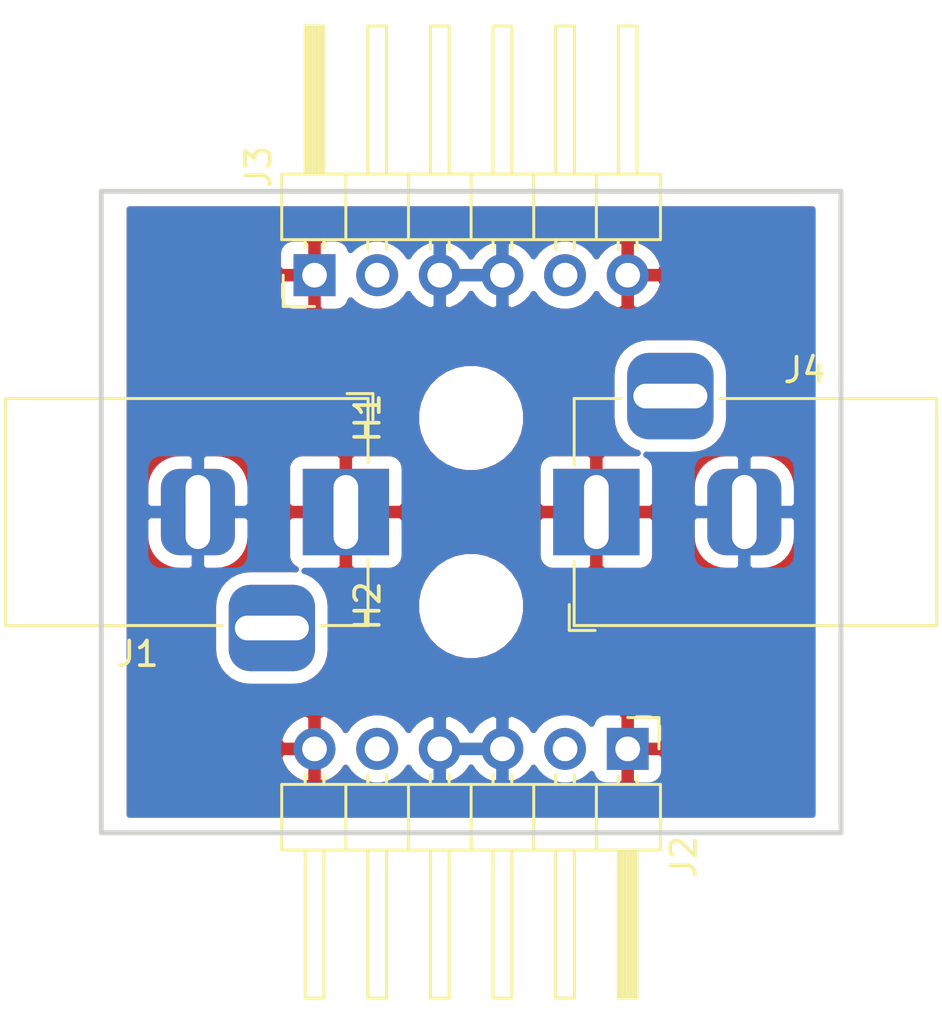
<source format=kicad_pcb>
(kicad_pcb (version 20171130) (host pcbnew 5.1.10-88a1d61d58~88~ubuntu20.04.1)

  (general
    (thickness 1.6)
    (drawings 4)
    (tracks 0)
    (zones 0)
    (modules 6)
    (nets 9)
  )

  (page A4)
  (layers
    (0 F.Cu signal)
    (31 B.Cu signal)
    (32 B.Adhes user)
    (33 F.Adhes user)
    (34 B.Paste user)
    (35 F.Paste user)
    (36 B.SilkS user)
    (37 F.SilkS user)
    (38 B.Mask user)
    (39 F.Mask user)
    (40 Dwgs.User user)
    (41 Cmts.User user)
    (42 Eco1.User user)
    (43 Eco2.User user)
    (44 Edge.Cuts user)
    (45 Margin user)
    (46 B.CrtYd user)
    (47 F.CrtYd user)
    (48 B.Fab user)
    (49 F.Fab user)
  )

  (setup
    (last_trace_width 0.25)
    (trace_clearance 0.2)
    (zone_clearance 0.508)
    (zone_45_only no)
    (trace_min 0.2)
    (via_size 0.8)
    (via_drill 0.4)
    (via_min_size 0.4)
    (via_min_drill 0.3)
    (uvia_size 0.3)
    (uvia_drill 0.1)
    (uvias_allowed no)
    (uvia_min_size 0.2)
    (uvia_min_drill 0.1)
    (edge_width 0.05)
    (segment_width 0.2)
    (pcb_text_width 0.3)
    (pcb_text_size 1.5 1.5)
    (mod_edge_width 0.12)
    (mod_text_size 1 1)
    (mod_text_width 0.15)
    (pad_size 1.524 1.524)
    (pad_drill 0.762)
    (pad_to_mask_clearance 0)
    (aux_axis_origin 0 0)
    (grid_origin 140.97 88.9)
    (visible_elements FFFFFF7F)
    (pcbplotparams
      (layerselection 0x010fc_ffffffff)
      (usegerberextensions false)
      (usegerberattributes true)
      (usegerberadvancedattributes true)
      (creategerberjobfile true)
      (excludeedgelayer true)
      (linewidth 0.100000)
      (plotframeref false)
      (viasonmask false)
      (mode 1)
      (useauxorigin false)
      (hpglpennumber 1)
      (hpglpenspeed 20)
      (hpglpendiameter 15.000000)
      (psnegative false)
      (psa4output false)
      (plotreference true)
      (plotvalue true)
      (plotinvisibletext false)
      (padsonsilk false)
      (subtractmaskfromsilk false)
      (outputformat 1)
      (mirror false)
      (drillshape 1)
      (scaleselection 1)
      (outputdirectory ""))
  )

  (net 0 "")
  (net 1 "Net-(J1-Pad3)")
  (net 2 GND)
  (net 3 +9V)
  (net 4 "Net-(J2-Pad5)")
  (net 5 "Net-(J2-Pad2)")
  (net 6 "Net-(J3-Pad5)")
  (net 7 "Net-(J3-Pad2)")
  (net 8 "Net-(J4-Pad3)")

  (net_class Default "This is the default net class."
    (clearance 0.2)
    (trace_width 0.25)
    (via_dia 0.8)
    (via_drill 0.4)
    (uvia_dia 0.3)
    (uvia_drill 0.1)
    (add_net +9V)
    (add_net GND)
    (add_net "Net-(J1-Pad3)")
    (add_net "Net-(J2-Pad2)")
    (add_net "Net-(J2-Pad5)")
    (add_net "Net-(J3-Pad2)")
    (add_net "Net-(J3-Pad5)")
    (add_net "Net-(J4-Pad3)")
  )

  (module MountingHole:MountingHole_3.2mm_M3 (layer F.Cu) (tedit 56D1B4CB) (tstamp 609C4EFE)
    (at 140.97 92.71 90)
    (descr "Mounting Hole 3.2mm, no annular, M3")
    (tags "mounting hole 3.2mm no annular m3")
    (path /60A1D83B)
    (attr virtual)
    (fp_text reference H2 (at 0 -4.2 90) (layer F.SilkS)
      (effects (font (size 1 1) (thickness 0.15)))
    )
    (fp_text value MountingHole (at 0 4.2 90) (layer F.Fab)
      (effects (font (size 1 1) (thickness 0.15)))
    )
    (fp_circle (center 0 0) (end 3.45 0) (layer F.CrtYd) (width 0.05))
    (fp_circle (center 0 0) (end 3.2 0) (layer Cmts.User) (width 0.15))
    (fp_text user %R (at 0.3 0 90) (layer F.Fab)
      (effects (font (size 1 1) (thickness 0.15)))
    )
    (pad 1 np_thru_hole circle (at 0 0 90) (size 3.2 3.2) (drill 3.2) (layers *.Cu *.Mask))
  )

  (module MountingHole:MountingHole_3.2mm_M3 (layer F.Cu) (tedit 56D1B4CB) (tstamp 609C4EF6)
    (at 140.97 85.09 90)
    (descr "Mounting Hole 3.2mm, no annular, M3")
    (tags "mounting hole 3.2mm no annular m3")
    (path /60A1D452)
    (attr virtual)
    (fp_text reference H1 (at 0 -4.2 90) (layer F.SilkS)
      (effects (font (size 1 1) (thickness 0.15)))
    )
    (fp_text value MountingHole (at 0 4.2 90) (layer F.Fab)
      (effects (font (size 1 1) (thickness 0.15)))
    )
    (fp_circle (center 0 0) (end 3.45 0) (layer F.CrtYd) (width 0.05))
    (fp_circle (center 0 0) (end 3.2 0) (layer Cmts.User) (width 0.15))
    (fp_text user %R (at 0.3 0 90) (layer F.Fab)
      (effects (font (size 1 1) (thickness 0.15)))
    )
    (pad 1 np_thru_hole circle (at 0 0 90) (size 3.2 3.2) (drill 3.2) (layers *.Cu *.Mask))
  )

  (module Connector_BarrelJack:BarrelJack_Horizontal (layer F.Cu) (tedit 5A1DBF6A) (tstamp 609C4771)
    (at 146.05 88.9 180)
    (descr "DC Barrel Jack")
    (tags "Power Jack")
    (path /60A0F330)
    (fp_text reference J4 (at -8.45 5.75) (layer F.SilkS)
      (effects (font (size 1 1) (thickness 0.15)))
    )
    (fp_text value Barrel_Jack_Switch (at -6.2 -5.5) (layer F.Fab)
      (effects (font (size 1 1) (thickness 0.15)))
    )
    (fp_line (start 0 -4.5) (end -13.7 -4.5) (layer F.Fab) (width 0.1))
    (fp_line (start 0.8 4.5) (end 0.8 -3.75) (layer F.Fab) (width 0.1))
    (fp_line (start -13.7 4.5) (end 0.8 4.5) (layer F.Fab) (width 0.1))
    (fp_line (start -13.7 -4.5) (end -13.7 4.5) (layer F.Fab) (width 0.1))
    (fp_line (start -10.2 -4.5) (end -10.2 4.5) (layer F.Fab) (width 0.1))
    (fp_line (start 0.9 -4.6) (end 0.9 -2) (layer F.SilkS) (width 0.12))
    (fp_line (start -13.8 -4.6) (end 0.9 -4.6) (layer F.SilkS) (width 0.12))
    (fp_line (start 0.9 4.6) (end -1 4.6) (layer F.SilkS) (width 0.12))
    (fp_line (start 0.9 1.9) (end 0.9 4.6) (layer F.SilkS) (width 0.12))
    (fp_line (start -13.8 4.6) (end -13.8 -4.6) (layer F.SilkS) (width 0.12))
    (fp_line (start -5 4.6) (end -13.8 4.6) (layer F.SilkS) (width 0.12))
    (fp_line (start -14 4.75) (end -14 -4.75) (layer F.CrtYd) (width 0.05))
    (fp_line (start -5 4.75) (end -14 4.75) (layer F.CrtYd) (width 0.05))
    (fp_line (start -5 6.75) (end -5 4.75) (layer F.CrtYd) (width 0.05))
    (fp_line (start -1 6.75) (end -5 6.75) (layer F.CrtYd) (width 0.05))
    (fp_line (start -1 4.75) (end -1 6.75) (layer F.CrtYd) (width 0.05))
    (fp_line (start 1 4.75) (end -1 4.75) (layer F.CrtYd) (width 0.05))
    (fp_line (start 1 2) (end 1 4.75) (layer F.CrtYd) (width 0.05))
    (fp_line (start 2 2) (end 1 2) (layer F.CrtYd) (width 0.05))
    (fp_line (start 2 -2) (end 2 2) (layer F.CrtYd) (width 0.05))
    (fp_line (start 1 -2) (end 2 -2) (layer F.CrtYd) (width 0.05))
    (fp_line (start 1 -4.5) (end 1 -2) (layer F.CrtYd) (width 0.05))
    (fp_line (start 1 -4.75) (end -14 -4.75) (layer F.CrtYd) (width 0.05))
    (fp_line (start 1 -4.5) (end 1 -4.75) (layer F.CrtYd) (width 0.05))
    (fp_line (start 0.05 -4.8) (end 1.1 -4.8) (layer F.SilkS) (width 0.12))
    (fp_line (start 1.1 -3.75) (end 1.1 -4.8) (layer F.SilkS) (width 0.12))
    (fp_line (start -0.003213 -4.505425) (end 0.8 -3.75) (layer F.Fab) (width 0.1))
    (fp_text user %R (at -3 -2.95) (layer F.Fab)
      (effects (font (size 1 1) (thickness 0.15)))
    )
    (pad 3 thru_hole roundrect (at -3 4.7 180) (size 3.5 3.5) (drill oval 3 1) (layers *.Cu *.Mask) (roundrect_rratio 0.25)
      (net 8 "Net-(J4-Pad3)"))
    (pad 2 thru_hole roundrect (at -6 0 180) (size 3 3.5) (drill oval 1 3) (layers *.Cu *.Mask) (roundrect_rratio 0.25)
      (net 2 GND))
    (pad 1 thru_hole rect (at 0 0 180) (size 3.5 3.5) (drill oval 1 3) (layers *.Cu *.Mask)
      (net 3 +9V))
    (model ${KISYS3DMOD}/Connector_BarrelJack.3dshapes/BarrelJack_Horizontal.wrl
      (at (xyz 0 0 0))
      (scale (xyz 1 1 1))
      (rotate (xyz 0 0 0))
    )
  )

  (module Connector_PinHeader_2.54mm:PinHeader_1x06_P2.54mm_Horizontal (layer F.Cu) (tedit 59FED5CB) (tstamp 609C474E)
    (at 134.62 79.3 90)
    (descr "Through hole angled pin header, 1x06, 2.54mm pitch, 6mm pin length, single row")
    (tags "Through hole angled pin header THT 1x06 2.54mm single row")
    (path /60A03B1F)
    (fp_text reference J3 (at 4.385 -2.27 90) (layer F.SilkS)
      (effects (font (size 1 1) (thickness 0.15)))
    )
    (fp_text value Conn_01x06_Male (at 4.385 14.97 90) (layer F.Fab)
      (effects (font (size 1 1) (thickness 0.15)))
    )
    (fp_line (start 10.55 -1.8) (end -1.8 -1.8) (layer F.CrtYd) (width 0.05))
    (fp_line (start 10.55 14.5) (end 10.55 -1.8) (layer F.CrtYd) (width 0.05))
    (fp_line (start -1.8 14.5) (end 10.55 14.5) (layer F.CrtYd) (width 0.05))
    (fp_line (start -1.8 -1.8) (end -1.8 14.5) (layer F.CrtYd) (width 0.05))
    (fp_line (start -1.27 -1.27) (end 0 -1.27) (layer F.SilkS) (width 0.12))
    (fp_line (start -1.27 0) (end -1.27 -1.27) (layer F.SilkS) (width 0.12))
    (fp_line (start 1.042929 13.08) (end 1.44 13.08) (layer F.SilkS) (width 0.12))
    (fp_line (start 1.042929 12.32) (end 1.44 12.32) (layer F.SilkS) (width 0.12))
    (fp_line (start 10.1 13.08) (end 4.1 13.08) (layer F.SilkS) (width 0.12))
    (fp_line (start 10.1 12.32) (end 10.1 13.08) (layer F.SilkS) (width 0.12))
    (fp_line (start 4.1 12.32) (end 10.1 12.32) (layer F.SilkS) (width 0.12))
    (fp_line (start 1.44 11.43) (end 4.1 11.43) (layer F.SilkS) (width 0.12))
    (fp_line (start 1.042929 10.54) (end 1.44 10.54) (layer F.SilkS) (width 0.12))
    (fp_line (start 1.042929 9.78) (end 1.44 9.78) (layer F.SilkS) (width 0.12))
    (fp_line (start 10.1 10.54) (end 4.1 10.54) (layer F.SilkS) (width 0.12))
    (fp_line (start 10.1 9.78) (end 10.1 10.54) (layer F.SilkS) (width 0.12))
    (fp_line (start 4.1 9.78) (end 10.1 9.78) (layer F.SilkS) (width 0.12))
    (fp_line (start 1.44 8.89) (end 4.1 8.89) (layer F.SilkS) (width 0.12))
    (fp_line (start 1.042929 8) (end 1.44 8) (layer F.SilkS) (width 0.12))
    (fp_line (start 1.042929 7.24) (end 1.44 7.24) (layer F.SilkS) (width 0.12))
    (fp_line (start 10.1 8) (end 4.1 8) (layer F.SilkS) (width 0.12))
    (fp_line (start 10.1 7.24) (end 10.1 8) (layer F.SilkS) (width 0.12))
    (fp_line (start 4.1 7.24) (end 10.1 7.24) (layer F.SilkS) (width 0.12))
    (fp_line (start 1.44 6.35) (end 4.1 6.35) (layer F.SilkS) (width 0.12))
    (fp_line (start 1.042929 5.46) (end 1.44 5.46) (layer F.SilkS) (width 0.12))
    (fp_line (start 1.042929 4.7) (end 1.44 4.7) (layer F.SilkS) (width 0.12))
    (fp_line (start 10.1 5.46) (end 4.1 5.46) (layer F.SilkS) (width 0.12))
    (fp_line (start 10.1 4.7) (end 10.1 5.46) (layer F.SilkS) (width 0.12))
    (fp_line (start 4.1 4.7) (end 10.1 4.7) (layer F.SilkS) (width 0.12))
    (fp_line (start 1.44 3.81) (end 4.1 3.81) (layer F.SilkS) (width 0.12))
    (fp_line (start 1.042929 2.92) (end 1.44 2.92) (layer F.SilkS) (width 0.12))
    (fp_line (start 1.042929 2.16) (end 1.44 2.16) (layer F.SilkS) (width 0.12))
    (fp_line (start 10.1 2.92) (end 4.1 2.92) (layer F.SilkS) (width 0.12))
    (fp_line (start 10.1 2.16) (end 10.1 2.92) (layer F.SilkS) (width 0.12))
    (fp_line (start 4.1 2.16) (end 10.1 2.16) (layer F.SilkS) (width 0.12))
    (fp_line (start 1.44 1.27) (end 4.1 1.27) (layer F.SilkS) (width 0.12))
    (fp_line (start 1.11 0.38) (end 1.44 0.38) (layer F.SilkS) (width 0.12))
    (fp_line (start 1.11 -0.38) (end 1.44 -0.38) (layer F.SilkS) (width 0.12))
    (fp_line (start 4.1 0.28) (end 10.1 0.28) (layer F.SilkS) (width 0.12))
    (fp_line (start 4.1 0.16) (end 10.1 0.16) (layer F.SilkS) (width 0.12))
    (fp_line (start 4.1 0.04) (end 10.1 0.04) (layer F.SilkS) (width 0.12))
    (fp_line (start 4.1 -0.08) (end 10.1 -0.08) (layer F.SilkS) (width 0.12))
    (fp_line (start 4.1 -0.2) (end 10.1 -0.2) (layer F.SilkS) (width 0.12))
    (fp_line (start 4.1 -0.32) (end 10.1 -0.32) (layer F.SilkS) (width 0.12))
    (fp_line (start 10.1 0.38) (end 4.1 0.38) (layer F.SilkS) (width 0.12))
    (fp_line (start 10.1 -0.38) (end 10.1 0.38) (layer F.SilkS) (width 0.12))
    (fp_line (start 4.1 -0.38) (end 10.1 -0.38) (layer F.SilkS) (width 0.12))
    (fp_line (start 4.1 -1.33) (end 1.44 -1.33) (layer F.SilkS) (width 0.12))
    (fp_line (start 4.1 14.03) (end 4.1 -1.33) (layer F.SilkS) (width 0.12))
    (fp_line (start 1.44 14.03) (end 4.1 14.03) (layer F.SilkS) (width 0.12))
    (fp_line (start 1.44 -1.33) (end 1.44 14.03) (layer F.SilkS) (width 0.12))
    (fp_line (start 4.04 13.02) (end 10.04 13.02) (layer F.Fab) (width 0.1))
    (fp_line (start 10.04 12.38) (end 10.04 13.02) (layer F.Fab) (width 0.1))
    (fp_line (start 4.04 12.38) (end 10.04 12.38) (layer F.Fab) (width 0.1))
    (fp_line (start -0.32 13.02) (end 1.5 13.02) (layer F.Fab) (width 0.1))
    (fp_line (start -0.32 12.38) (end -0.32 13.02) (layer F.Fab) (width 0.1))
    (fp_line (start -0.32 12.38) (end 1.5 12.38) (layer F.Fab) (width 0.1))
    (fp_line (start 4.04 10.48) (end 10.04 10.48) (layer F.Fab) (width 0.1))
    (fp_line (start 10.04 9.84) (end 10.04 10.48) (layer F.Fab) (width 0.1))
    (fp_line (start 4.04 9.84) (end 10.04 9.84) (layer F.Fab) (width 0.1))
    (fp_line (start -0.32 10.48) (end 1.5 10.48) (layer F.Fab) (width 0.1))
    (fp_line (start -0.32 9.84) (end -0.32 10.48) (layer F.Fab) (width 0.1))
    (fp_line (start -0.32 9.84) (end 1.5 9.84) (layer F.Fab) (width 0.1))
    (fp_line (start 4.04 7.94) (end 10.04 7.94) (layer F.Fab) (width 0.1))
    (fp_line (start 10.04 7.3) (end 10.04 7.94) (layer F.Fab) (width 0.1))
    (fp_line (start 4.04 7.3) (end 10.04 7.3) (layer F.Fab) (width 0.1))
    (fp_line (start -0.32 7.94) (end 1.5 7.94) (layer F.Fab) (width 0.1))
    (fp_line (start -0.32 7.3) (end -0.32 7.94) (layer F.Fab) (width 0.1))
    (fp_line (start -0.32 7.3) (end 1.5 7.3) (layer F.Fab) (width 0.1))
    (fp_line (start 4.04 5.4) (end 10.04 5.4) (layer F.Fab) (width 0.1))
    (fp_line (start 10.04 4.76) (end 10.04 5.4) (layer F.Fab) (width 0.1))
    (fp_line (start 4.04 4.76) (end 10.04 4.76) (layer F.Fab) (width 0.1))
    (fp_line (start -0.32 5.4) (end 1.5 5.4) (layer F.Fab) (width 0.1))
    (fp_line (start -0.32 4.76) (end -0.32 5.4) (layer F.Fab) (width 0.1))
    (fp_line (start -0.32 4.76) (end 1.5 4.76) (layer F.Fab) (width 0.1))
    (fp_line (start 4.04 2.86) (end 10.04 2.86) (layer F.Fab) (width 0.1))
    (fp_line (start 10.04 2.22) (end 10.04 2.86) (layer F.Fab) (width 0.1))
    (fp_line (start 4.04 2.22) (end 10.04 2.22) (layer F.Fab) (width 0.1))
    (fp_line (start -0.32 2.86) (end 1.5 2.86) (layer F.Fab) (width 0.1))
    (fp_line (start -0.32 2.22) (end -0.32 2.86) (layer F.Fab) (width 0.1))
    (fp_line (start -0.32 2.22) (end 1.5 2.22) (layer F.Fab) (width 0.1))
    (fp_line (start 4.04 0.32) (end 10.04 0.32) (layer F.Fab) (width 0.1))
    (fp_line (start 10.04 -0.32) (end 10.04 0.32) (layer F.Fab) (width 0.1))
    (fp_line (start 4.04 -0.32) (end 10.04 -0.32) (layer F.Fab) (width 0.1))
    (fp_line (start -0.32 0.32) (end 1.5 0.32) (layer F.Fab) (width 0.1))
    (fp_line (start -0.32 -0.32) (end -0.32 0.32) (layer F.Fab) (width 0.1))
    (fp_line (start -0.32 -0.32) (end 1.5 -0.32) (layer F.Fab) (width 0.1))
    (fp_line (start 1.5 -0.635) (end 2.135 -1.27) (layer F.Fab) (width 0.1))
    (fp_line (start 1.5 13.97) (end 1.5 -0.635) (layer F.Fab) (width 0.1))
    (fp_line (start 4.04 13.97) (end 1.5 13.97) (layer F.Fab) (width 0.1))
    (fp_line (start 4.04 -1.27) (end 4.04 13.97) (layer F.Fab) (width 0.1))
    (fp_line (start 2.135 -1.27) (end 4.04 -1.27) (layer F.Fab) (width 0.1))
    (fp_text user %R (at 2.77 6.35) (layer F.Fab)
      (effects (font (size 1 1) (thickness 0.15)))
    )
    (pad 6 thru_hole oval (at 0 12.7 90) (size 1.7 1.7) (drill 1) (layers *.Cu *.Mask)
      (net 3 +9V))
    (pad 5 thru_hole oval (at 0 10.16 90) (size 1.7 1.7) (drill 1) (layers *.Cu *.Mask)
      (net 6 "Net-(J3-Pad5)"))
    (pad 4 thru_hole oval (at 0 7.62 90) (size 1.7 1.7) (drill 1) (layers *.Cu *.Mask)
      (net 2 GND))
    (pad 3 thru_hole oval (at 0 5.08 90) (size 1.7 1.7) (drill 1) (layers *.Cu *.Mask)
      (net 2 GND))
    (pad 2 thru_hole oval (at 0 2.54 90) (size 1.7 1.7) (drill 1) (layers *.Cu *.Mask)
      (net 7 "Net-(J3-Pad2)"))
    (pad 1 thru_hole rect (at 0 0 90) (size 1.7 1.7) (drill 1) (layers *.Cu *.Mask)
      (net 3 +9V))
    (model ${KISYS3DMOD}/Connector_PinHeader_2.54mm.3dshapes/PinHeader_1x06_P2.54mm_Horizontal.wrl
      (at (xyz 0 0 0))
      (scale (xyz 1 1 1))
      (rotate (xyz 0 0 0))
    )
  )

  (module Connector_PinHeader_2.54mm:PinHeader_1x06_P2.54mm_Horizontal (layer F.Cu) (tedit 59FED5CB) (tstamp 609C46E7)
    (at 147.32 98.5 270)
    (descr "Through hole angled pin header, 1x06, 2.54mm pitch, 6mm pin length, single row")
    (tags "Through hole angled pin header THT 1x06 2.54mm single row")
    (path /60A0AB53)
    (fp_text reference J2 (at 4.385 -2.27 90) (layer F.SilkS)
      (effects (font (size 1 1) (thickness 0.15)))
    )
    (fp_text value Conn_01x06_Male (at 4.385 14.97 90) (layer F.Fab)
      (effects (font (size 1 1) (thickness 0.15)))
    )
    (fp_line (start 10.55 -1.8) (end -1.8 -1.8) (layer F.CrtYd) (width 0.05))
    (fp_line (start 10.55 14.5) (end 10.55 -1.8) (layer F.CrtYd) (width 0.05))
    (fp_line (start -1.8 14.5) (end 10.55 14.5) (layer F.CrtYd) (width 0.05))
    (fp_line (start -1.8 -1.8) (end -1.8 14.5) (layer F.CrtYd) (width 0.05))
    (fp_line (start -1.27 -1.27) (end 0 -1.27) (layer F.SilkS) (width 0.12))
    (fp_line (start -1.27 0) (end -1.27 -1.27) (layer F.SilkS) (width 0.12))
    (fp_line (start 1.042929 13.08) (end 1.44 13.08) (layer F.SilkS) (width 0.12))
    (fp_line (start 1.042929 12.32) (end 1.44 12.32) (layer F.SilkS) (width 0.12))
    (fp_line (start 10.1 13.08) (end 4.1 13.08) (layer F.SilkS) (width 0.12))
    (fp_line (start 10.1 12.32) (end 10.1 13.08) (layer F.SilkS) (width 0.12))
    (fp_line (start 4.1 12.32) (end 10.1 12.32) (layer F.SilkS) (width 0.12))
    (fp_line (start 1.44 11.43) (end 4.1 11.43) (layer F.SilkS) (width 0.12))
    (fp_line (start 1.042929 10.54) (end 1.44 10.54) (layer F.SilkS) (width 0.12))
    (fp_line (start 1.042929 9.78) (end 1.44 9.78) (layer F.SilkS) (width 0.12))
    (fp_line (start 10.1 10.54) (end 4.1 10.54) (layer F.SilkS) (width 0.12))
    (fp_line (start 10.1 9.78) (end 10.1 10.54) (layer F.SilkS) (width 0.12))
    (fp_line (start 4.1 9.78) (end 10.1 9.78) (layer F.SilkS) (width 0.12))
    (fp_line (start 1.44 8.89) (end 4.1 8.89) (layer F.SilkS) (width 0.12))
    (fp_line (start 1.042929 8) (end 1.44 8) (layer F.SilkS) (width 0.12))
    (fp_line (start 1.042929 7.24) (end 1.44 7.24) (layer F.SilkS) (width 0.12))
    (fp_line (start 10.1 8) (end 4.1 8) (layer F.SilkS) (width 0.12))
    (fp_line (start 10.1 7.24) (end 10.1 8) (layer F.SilkS) (width 0.12))
    (fp_line (start 4.1 7.24) (end 10.1 7.24) (layer F.SilkS) (width 0.12))
    (fp_line (start 1.44 6.35) (end 4.1 6.35) (layer F.SilkS) (width 0.12))
    (fp_line (start 1.042929 5.46) (end 1.44 5.46) (layer F.SilkS) (width 0.12))
    (fp_line (start 1.042929 4.7) (end 1.44 4.7) (layer F.SilkS) (width 0.12))
    (fp_line (start 10.1 5.46) (end 4.1 5.46) (layer F.SilkS) (width 0.12))
    (fp_line (start 10.1 4.7) (end 10.1 5.46) (layer F.SilkS) (width 0.12))
    (fp_line (start 4.1 4.7) (end 10.1 4.7) (layer F.SilkS) (width 0.12))
    (fp_line (start 1.44 3.81) (end 4.1 3.81) (layer F.SilkS) (width 0.12))
    (fp_line (start 1.042929 2.92) (end 1.44 2.92) (layer F.SilkS) (width 0.12))
    (fp_line (start 1.042929 2.16) (end 1.44 2.16) (layer F.SilkS) (width 0.12))
    (fp_line (start 10.1 2.92) (end 4.1 2.92) (layer F.SilkS) (width 0.12))
    (fp_line (start 10.1 2.16) (end 10.1 2.92) (layer F.SilkS) (width 0.12))
    (fp_line (start 4.1 2.16) (end 10.1 2.16) (layer F.SilkS) (width 0.12))
    (fp_line (start 1.44 1.27) (end 4.1 1.27) (layer F.SilkS) (width 0.12))
    (fp_line (start 1.11 0.38) (end 1.44 0.38) (layer F.SilkS) (width 0.12))
    (fp_line (start 1.11 -0.38) (end 1.44 -0.38) (layer F.SilkS) (width 0.12))
    (fp_line (start 4.1 0.28) (end 10.1 0.28) (layer F.SilkS) (width 0.12))
    (fp_line (start 4.1 0.16) (end 10.1 0.16) (layer F.SilkS) (width 0.12))
    (fp_line (start 4.1 0.04) (end 10.1 0.04) (layer F.SilkS) (width 0.12))
    (fp_line (start 4.1 -0.08) (end 10.1 -0.08) (layer F.SilkS) (width 0.12))
    (fp_line (start 4.1 -0.2) (end 10.1 -0.2) (layer F.SilkS) (width 0.12))
    (fp_line (start 4.1 -0.32) (end 10.1 -0.32) (layer F.SilkS) (width 0.12))
    (fp_line (start 10.1 0.38) (end 4.1 0.38) (layer F.SilkS) (width 0.12))
    (fp_line (start 10.1 -0.38) (end 10.1 0.38) (layer F.SilkS) (width 0.12))
    (fp_line (start 4.1 -0.38) (end 10.1 -0.38) (layer F.SilkS) (width 0.12))
    (fp_line (start 4.1 -1.33) (end 1.44 -1.33) (layer F.SilkS) (width 0.12))
    (fp_line (start 4.1 14.03) (end 4.1 -1.33) (layer F.SilkS) (width 0.12))
    (fp_line (start 1.44 14.03) (end 4.1 14.03) (layer F.SilkS) (width 0.12))
    (fp_line (start 1.44 -1.33) (end 1.44 14.03) (layer F.SilkS) (width 0.12))
    (fp_line (start 4.04 13.02) (end 10.04 13.02) (layer F.Fab) (width 0.1))
    (fp_line (start 10.04 12.38) (end 10.04 13.02) (layer F.Fab) (width 0.1))
    (fp_line (start 4.04 12.38) (end 10.04 12.38) (layer F.Fab) (width 0.1))
    (fp_line (start -0.32 13.02) (end 1.5 13.02) (layer F.Fab) (width 0.1))
    (fp_line (start -0.32 12.38) (end -0.32 13.02) (layer F.Fab) (width 0.1))
    (fp_line (start -0.32 12.38) (end 1.5 12.38) (layer F.Fab) (width 0.1))
    (fp_line (start 4.04 10.48) (end 10.04 10.48) (layer F.Fab) (width 0.1))
    (fp_line (start 10.04 9.84) (end 10.04 10.48) (layer F.Fab) (width 0.1))
    (fp_line (start 4.04 9.84) (end 10.04 9.84) (layer F.Fab) (width 0.1))
    (fp_line (start -0.32 10.48) (end 1.5 10.48) (layer F.Fab) (width 0.1))
    (fp_line (start -0.32 9.84) (end -0.32 10.48) (layer F.Fab) (width 0.1))
    (fp_line (start -0.32 9.84) (end 1.5 9.84) (layer F.Fab) (width 0.1))
    (fp_line (start 4.04 7.94) (end 10.04 7.94) (layer F.Fab) (width 0.1))
    (fp_line (start 10.04 7.3) (end 10.04 7.94) (layer F.Fab) (width 0.1))
    (fp_line (start 4.04 7.3) (end 10.04 7.3) (layer F.Fab) (width 0.1))
    (fp_line (start -0.32 7.94) (end 1.5 7.94) (layer F.Fab) (width 0.1))
    (fp_line (start -0.32 7.3) (end -0.32 7.94) (layer F.Fab) (width 0.1))
    (fp_line (start -0.32 7.3) (end 1.5 7.3) (layer F.Fab) (width 0.1))
    (fp_line (start 4.04 5.4) (end 10.04 5.4) (layer F.Fab) (width 0.1))
    (fp_line (start 10.04 4.76) (end 10.04 5.4) (layer F.Fab) (width 0.1))
    (fp_line (start 4.04 4.76) (end 10.04 4.76) (layer F.Fab) (width 0.1))
    (fp_line (start -0.32 5.4) (end 1.5 5.4) (layer F.Fab) (width 0.1))
    (fp_line (start -0.32 4.76) (end -0.32 5.4) (layer F.Fab) (width 0.1))
    (fp_line (start -0.32 4.76) (end 1.5 4.76) (layer F.Fab) (width 0.1))
    (fp_line (start 4.04 2.86) (end 10.04 2.86) (layer F.Fab) (width 0.1))
    (fp_line (start 10.04 2.22) (end 10.04 2.86) (layer F.Fab) (width 0.1))
    (fp_line (start 4.04 2.22) (end 10.04 2.22) (layer F.Fab) (width 0.1))
    (fp_line (start -0.32 2.86) (end 1.5 2.86) (layer F.Fab) (width 0.1))
    (fp_line (start -0.32 2.22) (end -0.32 2.86) (layer F.Fab) (width 0.1))
    (fp_line (start -0.32 2.22) (end 1.5 2.22) (layer F.Fab) (width 0.1))
    (fp_line (start 4.04 0.32) (end 10.04 0.32) (layer F.Fab) (width 0.1))
    (fp_line (start 10.04 -0.32) (end 10.04 0.32) (layer F.Fab) (width 0.1))
    (fp_line (start 4.04 -0.32) (end 10.04 -0.32) (layer F.Fab) (width 0.1))
    (fp_line (start -0.32 0.32) (end 1.5 0.32) (layer F.Fab) (width 0.1))
    (fp_line (start -0.32 -0.32) (end -0.32 0.32) (layer F.Fab) (width 0.1))
    (fp_line (start -0.32 -0.32) (end 1.5 -0.32) (layer F.Fab) (width 0.1))
    (fp_line (start 1.5 -0.635) (end 2.135 -1.27) (layer F.Fab) (width 0.1))
    (fp_line (start 1.5 13.97) (end 1.5 -0.635) (layer F.Fab) (width 0.1))
    (fp_line (start 4.04 13.97) (end 1.5 13.97) (layer F.Fab) (width 0.1))
    (fp_line (start 4.04 -1.27) (end 4.04 13.97) (layer F.Fab) (width 0.1))
    (fp_line (start 2.135 -1.27) (end 4.04 -1.27) (layer F.Fab) (width 0.1))
    (fp_text user %R (at 2.77 6.35) (layer F.Fab)
      (effects (font (size 1 1) (thickness 0.15)))
    )
    (pad 6 thru_hole oval (at 0 12.7 270) (size 1.7 1.7) (drill 1) (layers *.Cu *.Mask)
      (net 3 +9V))
    (pad 5 thru_hole oval (at 0 10.16 270) (size 1.7 1.7) (drill 1) (layers *.Cu *.Mask)
      (net 4 "Net-(J2-Pad5)"))
    (pad 4 thru_hole oval (at 0 7.62 270) (size 1.7 1.7) (drill 1) (layers *.Cu *.Mask)
      (net 2 GND))
    (pad 3 thru_hole oval (at 0 5.08 270) (size 1.7 1.7) (drill 1) (layers *.Cu *.Mask)
      (net 2 GND))
    (pad 2 thru_hole oval (at 0 2.54 270) (size 1.7 1.7) (drill 1) (layers *.Cu *.Mask)
      (net 5 "Net-(J2-Pad2)"))
    (pad 1 thru_hole rect (at 0 0 270) (size 1.7 1.7) (drill 1) (layers *.Cu *.Mask)
      (net 3 +9V))
    (model ${KISYS3DMOD}/Connector_PinHeader_2.54mm.3dshapes/PinHeader_1x06_P2.54mm_Horizontal.wrl
      (at (xyz 0 0 0))
      (scale (xyz 1 1 1))
      (rotate (xyz 0 0 0))
    )
  )

  (module Connector_BarrelJack:BarrelJack_Horizontal (layer F.Cu) (tedit 5A1DBF6A) (tstamp 609C4680)
    (at 135.89 88.9)
    (descr "DC Barrel Jack")
    (tags "Power Jack")
    (path /60A0DF8A)
    (fp_text reference J1 (at -8.45 5.75) (layer F.SilkS)
      (effects (font (size 1 1) (thickness 0.15)))
    )
    (fp_text value Barrel_Jack_Switch (at -6.2 -5.5) (layer F.Fab)
      (effects (font (size 1 1) (thickness 0.15)))
    )
    (fp_line (start 0 -4.5) (end -13.7 -4.5) (layer F.Fab) (width 0.1))
    (fp_line (start 0.8 4.5) (end 0.8 -3.75) (layer F.Fab) (width 0.1))
    (fp_line (start -13.7 4.5) (end 0.8 4.5) (layer F.Fab) (width 0.1))
    (fp_line (start -13.7 -4.5) (end -13.7 4.5) (layer F.Fab) (width 0.1))
    (fp_line (start -10.2 -4.5) (end -10.2 4.5) (layer F.Fab) (width 0.1))
    (fp_line (start 0.9 -4.6) (end 0.9 -2) (layer F.SilkS) (width 0.12))
    (fp_line (start -13.8 -4.6) (end 0.9 -4.6) (layer F.SilkS) (width 0.12))
    (fp_line (start 0.9 4.6) (end -1 4.6) (layer F.SilkS) (width 0.12))
    (fp_line (start 0.9 1.9) (end 0.9 4.6) (layer F.SilkS) (width 0.12))
    (fp_line (start -13.8 4.6) (end -13.8 -4.6) (layer F.SilkS) (width 0.12))
    (fp_line (start -5 4.6) (end -13.8 4.6) (layer F.SilkS) (width 0.12))
    (fp_line (start -14 4.75) (end -14 -4.75) (layer F.CrtYd) (width 0.05))
    (fp_line (start -5 4.75) (end -14 4.75) (layer F.CrtYd) (width 0.05))
    (fp_line (start -5 6.75) (end -5 4.75) (layer F.CrtYd) (width 0.05))
    (fp_line (start -1 6.75) (end -5 6.75) (layer F.CrtYd) (width 0.05))
    (fp_line (start -1 4.75) (end -1 6.75) (layer F.CrtYd) (width 0.05))
    (fp_line (start 1 4.75) (end -1 4.75) (layer F.CrtYd) (width 0.05))
    (fp_line (start 1 2) (end 1 4.75) (layer F.CrtYd) (width 0.05))
    (fp_line (start 2 2) (end 1 2) (layer F.CrtYd) (width 0.05))
    (fp_line (start 2 -2) (end 2 2) (layer F.CrtYd) (width 0.05))
    (fp_line (start 1 -2) (end 2 -2) (layer F.CrtYd) (width 0.05))
    (fp_line (start 1 -4.5) (end 1 -2) (layer F.CrtYd) (width 0.05))
    (fp_line (start 1 -4.75) (end -14 -4.75) (layer F.CrtYd) (width 0.05))
    (fp_line (start 1 -4.5) (end 1 -4.75) (layer F.CrtYd) (width 0.05))
    (fp_line (start 0.05 -4.8) (end 1.1 -4.8) (layer F.SilkS) (width 0.12))
    (fp_line (start 1.1 -3.75) (end 1.1 -4.8) (layer F.SilkS) (width 0.12))
    (fp_line (start -0.003213 -4.505425) (end 0.8 -3.75) (layer F.Fab) (width 0.1))
    (fp_text user %R (at -3 -2.95) (layer F.Fab)
      (effects (font (size 1 1) (thickness 0.15)))
    )
    (pad 3 thru_hole roundrect (at -3 4.7) (size 3.5 3.5) (drill oval 3 1) (layers *.Cu *.Mask) (roundrect_rratio 0.25)
      (net 1 "Net-(J1-Pad3)"))
    (pad 2 thru_hole roundrect (at -6 0) (size 3 3.5) (drill oval 1 3) (layers *.Cu *.Mask) (roundrect_rratio 0.25)
      (net 2 GND))
    (pad 1 thru_hole rect (at 0 0) (size 3.5 3.5) (drill oval 1 3) (layers *.Cu *.Mask)
      (net 3 +9V))
    (model ${KISYS3DMOD}/Connector_BarrelJack.3dshapes/BarrelJack_Horizontal.wrl
      (at (xyz 0 0 0))
      (scale (xyz 1 1 1))
      (rotate (xyz 0 0 0))
    )
  )

  (gr_line (start 155.97 75.9) (end 125.97 75.9) (layer Edge.Cuts) (width 0.2))
  (gr_line (start 125.97 101.9) (end 155.97 101.9) (layer Edge.Cuts) (width 0.2))
  (gr_line (start 125.97 75.9) (end 125.97 101.9) (layer Edge.Cuts) (width 0.2))
  (gr_line (start 155.97 101.9) (end 155.97 75.9) (layer Edge.Cuts) (width 0.2))

  (zone (net 3) (net_name +9V) (layer F.Cu) (tstamp 0) (hatch edge 0.508)
    (connect_pads (clearance 0.508))
    (min_thickness 0.254)
    (fill yes (arc_segments 32) (thermal_gap 0.508) (thermal_bridge_width 0.508))
    (polygon
      (pts
        (xy 154.94 101.6) (xy 127 101.6) (xy 127 76.2) (xy 154.94 76.2)
      )
    )
    (filled_polygon
      (pts
        (xy 154.813 101.165) (xy 127.127 101.165) (xy 127.127 98.856891) (xy 133.178519 98.856891) (xy 133.275843 99.131252)
        (xy 133.424822 99.381355) (xy 133.619731 99.597588) (xy 133.85308 99.771641) (xy 134.115901 99.896825) (xy 134.26311 99.941476)
        (xy 134.493 99.820155) (xy 134.493 98.627) (xy 133.299186 98.627) (xy 133.178519 98.856891) (xy 127.127 98.856891)
        (xy 127.127 98.143109) (xy 133.178519 98.143109) (xy 133.299186 98.373) (xy 134.493 98.373) (xy 134.493 97.179845)
        (xy 134.747 97.179845) (xy 134.747 98.373) (xy 134.767 98.373) (xy 134.767 98.627) (xy 134.747 98.627)
        (xy 134.747 99.820155) (xy 134.97689 99.941476) (xy 135.124099 99.896825) (xy 135.38692 99.771641) (xy 135.620269 99.597588)
        (xy 135.815178 99.381355) (xy 135.884805 99.264466) (xy 136.006525 99.446632) (xy 136.213368 99.653475) (xy 136.456589 99.81599)
        (xy 136.726842 99.927932) (xy 137.01374 99.985) (xy 137.30626 99.985) (xy 137.593158 99.927932) (xy 137.863411 99.81599)
        (xy 138.106632 99.653475) (xy 138.313475 99.446632) (xy 138.43 99.27224) (xy 138.546525 99.446632) (xy 138.753368 99.653475)
        (xy 138.996589 99.81599) (xy 139.266842 99.927932) (xy 139.55374 99.985) (xy 139.84626 99.985) (xy 140.133158 99.927932)
        (xy 140.403411 99.81599) (xy 140.646632 99.653475) (xy 140.853475 99.446632) (xy 140.97 99.27224) (xy 141.086525 99.446632)
        (xy 141.293368 99.653475) (xy 141.536589 99.81599) (xy 141.806842 99.927932) (xy 142.09374 99.985) (xy 142.38626 99.985)
        (xy 142.673158 99.927932) (xy 142.943411 99.81599) (xy 143.186632 99.653475) (xy 143.393475 99.446632) (xy 143.51 99.27224)
        (xy 143.626525 99.446632) (xy 143.833368 99.653475) (xy 144.076589 99.81599) (xy 144.346842 99.927932) (xy 144.63374 99.985)
        (xy 144.92626 99.985) (xy 145.213158 99.927932) (xy 145.483411 99.81599) (xy 145.726632 99.653475) (xy 145.858487 99.52162)
        (xy 145.880498 99.59418) (xy 145.939463 99.704494) (xy 146.018815 99.801185) (xy 146.115506 99.880537) (xy 146.22582 99.939502)
        (xy 146.345518 99.975812) (xy 146.47 99.988072) (xy 147.03425 99.985) (xy 147.193 99.82625) (xy 147.193 98.627)
        (xy 147.447 98.627) (xy 147.447 99.82625) (xy 147.60575 99.985) (xy 148.17 99.988072) (xy 148.294482 99.975812)
        (xy 148.41418 99.939502) (xy 148.524494 99.880537) (xy 148.621185 99.801185) (xy 148.700537 99.704494) (xy 148.759502 99.59418)
        (xy 148.795812 99.474482) (xy 148.808072 99.35) (xy 148.805 98.78575) (xy 148.64625 98.627) (xy 147.447 98.627)
        (xy 147.193 98.627) (xy 147.173 98.627) (xy 147.173 98.373) (xy 147.193 98.373) (xy 147.193 97.17375)
        (xy 147.447 97.17375) (xy 147.447 98.373) (xy 148.64625 98.373) (xy 148.805 98.21425) (xy 148.808072 97.65)
        (xy 148.795812 97.525518) (xy 148.759502 97.40582) (xy 148.700537 97.295506) (xy 148.621185 97.198815) (xy 148.524494 97.119463)
        (xy 148.41418 97.060498) (xy 148.294482 97.024188) (xy 148.17 97.011928) (xy 147.60575 97.015) (xy 147.447 97.17375)
        (xy 147.193 97.17375) (xy 147.03425 97.015) (xy 146.47 97.011928) (xy 146.345518 97.024188) (xy 146.22582 97.060498)
        (xy 146.115506 97.119463) (xy 146.018815 97.198815) (xy 145.939463 97.295506) (xy 145.880498 97.40582) (xy 145.858487 97.47838)
        (xy 145.726632 97.346525) (xy 145.483411 97.18401) (xy 145.213158 97.072068) (xy 144.92626 97.015) (xy 144.63374 97.015)
        (xy 144.346842 97.072068) (xy 144.076589 97.18401) (xy 143.833368 97.346525) (xy 143.626525 97.553368) (xy 143.51 97.72776)
        (xy 143.393475 97.553368) (xy 143.186632 97.346525) (xy 142.943411 97.18401) (xy 142.673158 97.072068) (xy 142.38626 97.015)
        (xy 142.09374 97.015) (xy 141.806842 97.072068) (xy 141.536589 97.18401) (xy 141.293368 97.346525) (xy 141.086525 97.553368)
        (xy 140.97 97.72776) (xy 140.853475 97.553368) (xy 140.646632 97.346525) (xy 140.403411 97.18401) (xy 140.133158 97.072068)
        (xy 139.84626 97.015) (xy 139.55374 97.015) (xy 139.266842 97.072068) (xy 138.996589 97.18401) (xy 138.753368 97.346525)
        (xy 138.546525 97.553368) (xy 138.43 97.72776) (xy 138.313475 97.553368) (xy 138.106632 97.346525) (xy 137.863411 97.18401)
        (xy 137.593158 97.072068) (xy 137.30626 97.015) (xy 137.01374 97.015) (xy 136.726842 97.072068) (xy 136.456589 97.18401)
        (xy 136.213368 97.346525) (xy 136.006525 97.553368) (xy 135.884805 97.735534) (xy 135.815178 97.618645) (xy 135.620269 97.402412)
        (xy 135.38692 97.228359) (xy 135.124099 97.103175) (xy 134.97689 97.058524) (xy 134.747 97.179845) (xy 134.493 97.179845)
        (xy 134.26311 97.058524) (xy 134.115901 97.103175) (xy 133.85308 97.228359) (xy 133.619731 97.402412) (xy 133.424822 97.618645)
        (xy 133.275843 97.868748) (xy 133.178519 98.143109) (xy 127.127 98.143109) (xy 127.127 92.725) (xy 130.501928 92.725)
        (xy 130.501928 94.475) (xy 130.531001 94.770186) (xy 130.617104 95.054028) (xy 130.756927 95.315618) (xy 130.945097 95.544903)
        (xy 131.174382 95.733073) (xy 131.435972 95.872896) (xy 131.719814 95.958999) (xy 132.015 95.988072) (xy 133.765 95.988072)
        (xy 134.060186 95.958999) (xy 134.344028 95.872896) (xy 134.605618 95.733073) (xy 134.834903 95.544903) (xy 135.023073 95.315618)
        (xy 135.162896 95.054028) (xy 135.248999 94.770186) (xy 135.278072 94.475) (xy 135.278072 92.725) (xy 135.254915 92.489872)
        (xy 138.735 92.489872) (xy 138.735 92.930128) (xy 138.82089 93.361925) (xy 138.989369 93.768669) (xy 139.233962 94.134729)
        (xy 139.545271 94.446038) (xy 139.911331 94.690631) (xy 140.318075 94.85911) (xy 140.749872 94.945) (xy 141.190128 94.945)
        (xy 141.621925 94.85911) (xy 142.028669 94.690631) (xy 142.394729 94.446038) (xy 142.706038 94.134729) (xy 142.950631 93.768669)
        (xy 143.11911 93.361925) (xy 143.205 92.930128) (xy 143.205 92.489872) (xy 143.11911 92.058075) (xy 142.950631 91.651331)
        (xy 142.706038 91.285271) (xy 142.394729 90.973962) (xy 142.028669 90.729369) (xy 141.837056 90.65) (xy 143.661928 90.65)
        (xy 143.674188 90.774482) (xy 143.710498 90.89418) (xy 143.769463 91.004494) (xy 143.848815 91.101185) (xy 143.945506 91.180537)
        (xy 144.05582 91.239502) (xy 144.175518 91.275812) (xy 144.3 91.288072) (xy 145.76425 91.285) (xy 145.923 91.12625)
        (xy 145.923 89.027) (xy 146.177 89.027) (xy 146.177 91.12625) (xy 146.33575 91.285) (xy 147.8 91.288072)
        (xy 147.924482 91.275812) (xy 148.04418 91.239502) (xy 148.154494 91.180537) (xy 148.251185 91.101185) (xy 148.330537 91.004494)
        (xy 148.389502 90.89418) (xy 148.425812 90.774482) (xy 148.438072 90.65) (xy 148.435 89.18575) (xy 148.27625 89.027)
        (xy 146.177 89.027) (xy 145.923 89.027) (xy 143.82375 89.027) (xy 143.665 89.18575) (xy 143.661928 90.65)
        (xy 141.837056 90.65) (xy 141.621925 90.56089) (xy 141.190128 90.475) (xy 140.749872 90.475) (xy 140.318075 90.56089)
        (xy 139.911331 90.729369) (xy 139.545271 90.973962) (xy 139.233962 91.285271) (xy 138.989369 91.651331) (xy 138.82089 92.058075)
        (xy 138.735 92.489872) (xy 135.254915 92.489872) (xy 135.248999 92.429814) (xy 135.162896 92.145972) (xy 135.023073 91.884382)
        (xy 134.834903 91.655097) (xy 134.605618 91.466927) (xy 134.344028 91.327104) (xy 134.21484 91.287915) (xy 135.60425 91.285)
        (xy 135.763 91.12625) (xy 135.763 89.027) (xy 136.017 89.027) (xy 136.017 91.12625) (xy 136.17575 91.285)
        (xy 137.64 91.288072) (xy 137.764482 91.275812) (xy 137.88418 91.239502) (xy 137.994494 91.180537) (xy 138.091185 91.101185)
        (xy 138.170537 91.004494) (xy 138.229502 90.89418) (xy 138.265812 90.774482) (xy 138.278072 90.65) (xy 138.275 89.18575)
        (xy 138.11625 89.027) (xy 136.017 89.027) (xy 135.763 89.027) (xy 133.66375 89.027) (xy 133.505 89.18575)
        (xy 133.501928 90.65) (xy 133.514188 90.774482) (xy 133.550498 90.89418) (xy 133.609463 91.004494) (xy 133.688815 91.101185)
        (xy 133.785506 91.180537) (xy 133.862131 91.221494) (xy 133.765 91.211928) (xy 132.015 91.211928) (xy 131.719814 91.241001)
        (xy 131.435972 91.327104) (xy 131.174382 91.466927) (xy 130.945097 91.655097) (xy 130.756927 91.884382) (xy 130.617104 92.145972)
        (xy 130.531001 92.429814) (xy 130.501928 92.725) (xy 127.127 92.725) (xy 127.127 87.9) (xy 127.751928 87.9)
        (xy 127.751928 89.9) (xy 127.778599 90.170799) (xy 127.857589 90.431192) (xy 127.98586 90.671171) (xy 128.158485 90.881515)
        (xy 128.368829 91.05414) (xy 128.608808 91.182411) (xy 128.869201 91.261401) (xy 129.14 91.288072) (xy 130.64 91.288072)
        (xy 130.910799 91.261401) (xy 131.171192 91.182411) (xy 131.411171 91.05414) (xy 131.621515 90.881515) (xy 131.79414 90.671171)
        (xy 131.922411 90.431192) (xy 132.001401 90.170799) (xy 132.028072 89.9) (xy 132.028072 87.9) (xy 132.001401 87.629201)
        (xy 131.922411 87.368808) (xy 131.805457 87.15) (xy 133.501928 87.15) (xy 133.505 88.61425) (xy 133.66375 88.773)
        (xy 135.763 88.773) (xy 135.763 86.67375) (xy 136.017 86.67375) (xy 136.017 88.773) (xy 138.11625 88.773)
        (xy 138.275 88.61425) (xy 138.278072 87.15) (xy 138.265812 87.025518) (xy 138.229502 86.90582) (xy 138.170537 86.795506)
        (xy 138.091185 86.698815) (xy 137.994494 86.619463) (xy 137.88418 86.560498) (xy 137.764482 86.524188) (xy 137.64 86.511928)
        (xy 136.17575 86.515) (xy 136.017 86.67375) (xy 135.763 86.67375) (xy 135.60425 86.515) (xy 134.14 86.511928)
        (xy 134.015518 86.524188) (xy 133.89582 86.560498) (xy 133.785506 86.619463) (xy 133.688815 86.698815) (xy 133.609463 86.795506)
        (xy 133.550498 86.90582) (xy 133.514188 87.025518) (xy 133.501928 87.15) (xy 131.805457 87.15) (xy 131.79414 87.128829)
        (xy 131.621515 86.918485) (xy 131.411171 86.74586) (xy 131.171192 86.617589) (xy 130.910799 86.538599) (xy 130.64 86.511928)
        (xy 129.14 86.511928) (xy 128.869201 86.538599) (xy 128.608808 86.617589) (xy 128.368829 86.74586) (xy 128.158485 86.918485)
        (xy 127.98586 87.128829) (xy 127.857589 87.368808) (xy 127.778599 87.629201) (xy 127.751928 87.9) (xy 127.127 87.9)
        (xy 127.127 84.869872) (xy 138.735 84.869872) (xy 138.735 85.310128) (xy 138.82089 85.741925) (xy 138.989369 86.148669)
        (xy 139.233962 86.514729) (xy 139.545271 86.826038) (xy 139.911331 87.070631) (xy 140.318075 87.23911) (xy 140.749872 87.325)
        (xy 141.190128 87.325) (xy 141.621925 87.23911) (xy 141.837055 87.15) (xy 143.661928 87.15) (xy 143.665 88.61425)
        (xy 143.82375 88.773) (xy 145.923 88.773) (xy 145.923 86.67375) (xy 146.177 86.67375) (xy 146.177 88.773)
        (xy 148.27625 88.773) (xy 148.435 88.61425) (xy 148.436498 87.9) (xy 149.911928 87.9) (xy 149.911928 89.9)
        (xy 149.938599 90.170799) (xy 150.017589 90.431192) (xy 150.14586 90.671171) (xy 150.318485 90.881515) (xy 150.528829 91.05414)
        (xy 150.768808 91.182411) (xy 151.029201 91.261401) (xy 151.3 91.288072) (xy 152.8 91.288072) (xy 153.070799 91.261401)
        (xy 153.331192 91.182411) (xy 153.571171 91.05414) (xy 153.781515 90.881515) (xy 153.95414 90.671171) (xy 154.082411 90.431192)
        (xy 154.161401 90.170799) (xy 154.188072 89.9) (xy 154.188072 87.9) (xy 154.161401 87.629201) (xy 154.082411 87.368808)
        (xy 153.95414 87.128829) (xy 153.781515 86.918485) (xy 153.571171 86.74586) (xy 153.331192 86.617589) (xy 153.070799 86.538599)
        (xy 152.8 86.511928) (xy 151.3 86.511928) (xy 151.029201 86.538599) (xy 150.768808 86.617589) (xy 150.528829 86.74586)
        (xy 150.318485 86.918485) (xy 150.14586 87.128829) (xy 150.017589 87.368808) (xy 149.938599 87.629201) (xy 149.911928 87.9)
        (xy 148.436498 87.9) (xy 148.438072 87.15) (xy 148.425812 87.025518) (xy 148.389502 86.90582) (xy 148.330537 86.795506)
        (xy 148.251185 86.698815) (xy 148.154494 86.619463) (xy 148.077869 86.578506) (xy 148.175 86.588072) (xy 149.925 86.588072)
        (xy 150.220186 86.558999) (xy 150.504028 86.472896) (xy 150.765618 86.333073) (xy 150.994903 86.144903) (xy 151.183073 85.915618)
        (xy 151.322896 85.654028) (xy 151.408999 85.370186) (xy 151.438072 85.075) (xy 151.438072 83.325) (xy 151.408999 83.029814)
        (xy 151.322896 82.745972) (xy 151.183073 82.484382) (xy 150.994903 82.255097) (xy 150.765618 82.066927) (xy 150.504028 81.927104)
        (xy 150.220186 81.841001) (xy 149.925 81.811928) (xy 148.175 81.811928) (xy 147.879814 81.841001) (xy 147.595972 81.927104)
        (xy 147.334382 82.066927) (xy 147.105097 82.255097) (xy 146.916927 82.484382) (xy 146.777104 82.745972) (xy 146.691001 83.029814)
        (xy 146.661928 83.325) (xy 146.661928 85.075) (xy 146.691001 85.370186) (xy 146.777104 85.654028) (xy 146.916927 85.915618)
        (xy 147.105097 86.144903) (xy 147.334382 86.333073) (xy 147.595972 86.472896) (xy 147.72516 86.512085) (xy 146.33575 86.515)
        (xy 146.177 86.67375) (xy 145.923 86.67375) (xy 145.76425 86.515) (xy 144.3 86.511928) (xy 144.175518 86.524188)
        (xy 144.05582 86.560498) (xy 143.945506 86.619463) (xy 143.848815 86.698815) (xy 143.769463 86.795506) (xy 143.710498 86.90582)
        (xy 143.674188 87.025518) (xy 143.661928 87.15) (xy 141.837055 87.15) (xy 142.028669 87.070631) (xy 142.394729 86.826038)
        (xy 142.706038 86.514729) (xy 142.950631 86.148669) (xy 143.11911 85.741925) (xy 143.205 85.310128) (xy 143.205 84.869872)
        (xy 143.11911 84.438075) (xy 142.950631 84.031331) (xy 142.706038 83.665271) (xy 142.394729 83.353962) (xy 142.028669 83.109369)
        (xy 141.621925 82.94089) (xy 141.190128 82.855) (xy 140.749872 82.855) (xy 140.318075 82.94089) (xy 139.911331 83.109369)
        (xy 139.545271 83.353962) (xy 139.233962 83.665271) (xy 138.989369 84.031331) (xy 138.82089 84.438075) (xy 138.735 84.869872)
        (xy 127.127 84.869872) (xy 127.127 80.15) (xy 133.131928 80.15) (xy 133.144188 80.274482) (xy 133.180498 80.39418)
        (xy 133.239463 80.504494) (xy 133.318815 80.601185) (xy 133.415506 80.680537) (xy 133.52582 80.739502) (xy 133.645518 80.775812)
        (xy 133.77 80.788072) (xy 134.33425 80.785) (xy 134.493 80.62625) (xy 134.493 79.427) (xy 133.29375 79.427)
        (xy 133.135 79.58575) (xy 133.131928 80.15) (xy 127.127 80.15) (xy 127.127 78.45) (xy 133.131928 78.45)
        (xy 133.135 79.01425) (xy 133.29375 79.173) (xy 134.493 79.173) (xy 134.493 77.97375) (xy 134.747 77.97375)
        (xy 134.747 79.173) (xy 134.767 79.173) (xy 134.767 79.427) (xy 134.747 79.427) (xy 134.747 80.62625)
        (xy 134.90575 80.785) (xy 135.47 80.788072) (xy 135.594482 80.775812) (xy 135.71418 80.739502) (xy 135.824494 80.680537)
        (xy 135.921185 80.601185) (xy 136.000537 80.504494) (xy 136.059502 80.39418) (xy 136.081513 80.32162) (xy 136.213368 80.453475)
        (xy 136.456589 80.61599) (xy 136.726842 80.727932) (xy 137.01374 80.785) (xy 137.30626 80.785) (xy 137.593158 80.727932)
        (xy 137.863411 80.61599) (xy 138.106632 80.453475) (xy 138.313475 80.246632) (xy 138.43 80.07224) (xy 138.546525 80.246632)
        (xy 138.753368 80.453475) (xy 138.996589 80.61599) (xy 139.266842 80.727932) (xy 139.55374 80.785) (xy 139.84626 80.785)
        (xy 140.133158 80.727932) (xy 140.403411 80.61599) (xy 140.646632 80.453475) (xy 140.853475 80.246632) (xy 140.97 80.07224)
        (xy 141.086525 80.246632) (xy 141.293368 80.453475) (xy 141.536589 80.61599) (xy 141.806842 80.727932) (xy 142.09374 80.785)
        (xy 142.38626 80.785) (xy 142.673158 80.727932) (xy 142.943411 80.61599) (xy 143.186632 80.453475) (xy 143.393475 80.246632)
        (xy 143.51 80.07224) (xy 143.626525 80.246632) (xy 143.833368 80.453475) (xy 144.076589 80.61599) (xy 144.346842 80.727932)
        (xy 144.63374 80.785) (xy 144.92626 80.785) (xy 145.213158 80.727932) (xy 145.483411 80.61599) (xy 145.726632 80.453475)
        (xy 145.933475 80.246632) (xy 146.055195 80.064466) (xy 146.124822 80.181355) (xy 146.319731 80.397588) (xy 146.55308 80.571641)
        (xy 146.815901 80.696825) (xy 146.96311 80.741476) (xy 147.193 80.620155) (xy 147.193 79.427) (xy 147.447 79.427)
        (xy 147.447 80.620155) (xy 147.67689 80.741476) (xy 147.824099 80.696825) (xy 148.08692 80.571641) (xy 148.320269 80.397588)
        (xy 148.515178 80.181355) (xy 148.664157 79.931252) (xy 148.761481 79.656891) (xy 148.640814 79.427) (xy 147.447 79.427)
        (xy 147.193 79.427) (xy 147.173 79.427) (xy 147.173 79.173) (xy 147.193 79.173) (xy 147.193 77.979845)
        (xy 147.447 77.979845) (xy 147.447 79.173) (xy 148.640814 79.173) (xy 148.761481 78.943109) (xy 148.664157 78.668748)
        (xy 148.515178 78.418645) (xy 148.320269 78.202412) (xy 148.08692 78.028359) (xy 147.824099 77.903175) (xy 147.67689 77.858524)
        (xy 147.447 77.979845) (xy 147.193 77.979845) (xy 146.96311 77.858524) (xy 146.815901 77.903175) (xy 146.55308 78.028359)
        (xy 146.319731 78.202412) (xy 146.124822 78.418645) (xy 146.055195 78.535534) (xy 145.933475 78.353368) (xy 145.726632 78.146525)
        (xy 145.483411 77.98401) (xy 145.213158 77.872068) (xy 144.92626 77.815) (xy 144.63374 77.815) (xy 144.346842 77.872068)
        (xy 144.076589 77.98401) (xy 143.833368 78.146525) (xy 143.626525 78.353368) (xy 143.51 78.52776) (xy 143.393475 78.353368)
        (xy 143.186632 78.146525) (xy 142.943411 77.98401) (xy 142.673158 77.872068) (xy 142.38626 77.815) (xy 142.09374 77.815)
        (xy 141.806842 77.872068) (xy 141.536589 77.98401) (xy 141.293368 78.146525) (xy 141.086525 78.353368) (xy 140.97 78.52776)
        (xy 140.853475 78.353368) (xy 140.646632 78.146525) (xy 140.403411 77.98401) (xy 140.133158 77.872068) (xy 139.84626 77.815)
        (xy 139.55374 77.815) (xy 139.266842 77.872068) (xy 138.996589 77.98401) (xy 138.753368 78.146525) (xy 138.546525 78.353368)
        (xy 138.43 78.52776) (xy 138.313475 78.353368) (xy 138.106632 78.146525) (xy 137.863411 77.98401) (xy 137.593158 77.872068)
        (xy 137.30626 77.815) (xy 137.01374 77.815) (xy 136.726842 77.872068) (xy 136.456589 77.98401) (xy 136.213368 78.146525)
        (xy 136.081513 78.27838) (xy 136.059502 78.20582) (xy 136.000537 78.095506) (xy 135.921185 77.998815) (xy 135.824494 77.919463)
        (xy 135.71418 77.860498) (xy 135.594482 77.824188) (xy 135.47 77.811928) (xy 134.90575 77.815) (xy 134.747 77.97375)
        (xy 134.493 77.97375) (xy 134.33425 77.815) (xy 133.77 77.811928) (xy 133.645518 77.824188) (xy 133.52582 77.860498)
        (xy 133.415506 77.919463) (xy 133.318815 77.998815) (xy 133.239463 78.095506) (xy 133.180498 78.20582) (xy 133.144188 78.325518)
        (xy 133.131928 78.45) (xy 127.127 78.45) (xy 127.127 76.635) (xy 154.813 76.635)
      )
    )
  )
  (zone (net 2) (net_name GND) (layer B.Cu) (tstamp 0) (hatch edge 0.508)
    (connect_pads (clearance 0.508))
    (min_thickness 0.254)
    (fill yes (arc_segments 32) (thermal_gap 0.508) (thermal_bridge_width 0.508))
    (polygon
      (pts
        (xy 154.94 101.6) (xy 127 101.6) (xy 127 76.2) (xy 154.94 76.2)
      )
    )
    (filled_polygon
      (pts
        (xy 154.813 101.165) (xy 127.127 101.165) (xy 127.127 98.35374) (xy 133.135 98.35374) (xy 133.135 98.64626)
        (xy 133.192068 98.933158) (xy 133.30401 99.203411) (xy 133.466525 99.446632) (xy 133.673368 99.653475) (xy 133.916589 99.81599)
        (xy 134.186842 99.927932) (xy 134.47374 99.985) (xy 134.76626 99.985) (xy 135.053158 99.927932) (xy 135.323411 99.81599)
        (xy 135.566632 99.653475) (xy 135.773475 99.446632) (xy 135.89 99.27224) (xy 136.006525 99.446632) (xy 136.213368 99.653475)
        (xy 136.456589 99.81599) (xy 136.726842 99.927932) (xy 137.01374 99.985) (xy 137.30626 99.985) (xy 137.593158 99.927932)
        (xy 137.863411 99.81599) (xy 138.106632 99.653475) (xy 138.313475 99.446632) (xy 138.435195 99.264466) (xy 138.504822 99.381355)
        (xy 138.699731 99.597588) (xy 138.93308 99.771641) (xy 139.195901 99.896825) (xy 139.34311 99.941476) (xy 139.573 99.820155)
        (xy 139.573 98.627) (xy 139.827 98.627) (xy 139.827 99.820155) (xy 140.05689 99.941476) (xy 140.204099 99.896825)
        (xy 140.46692 99.771641) (xy 140.700269 99.597588) (xy 140.895178 99.381355) (xy 140.97 99.255745) (xy 141.044822 99.381355)
        (xy 141.239731 99.597588) (xy 141.47308 99.771641) (xy 141.735901 99.896825) (xy 141.88311 99.941476) (xy 142.113 99.820155)
        (xy 142.113 98.627) (xy 139.827 98.627) (xy 139.573 98.627) (xy 139.553 98.627) (xy 139.553 98.373)
        (xy 139.573 98.373) (xy 139.573 97.179845) (xy 139.827 97.179845) (xy 139.827 98.373) (xy 142.113 98.373)
        (xy 142.113 97.179845) (xy 142.367 97.179845) (xy 142.367 98.373) (xy 142.387 98.373) (xy 142.387 98.627)
        (xy 142.367 98.627) (xy 142.367 99.820155) (xy 142.59689 99.941476) (xy 142.744099 99.896825) (xy 143.00692 99.771641)
        (xy 143.240269 99.597588) (xy 143.435178 99.381355) (xy 143.504805 99.264466) (xy 143.626525 99.446632) (xy 143.833368 99.653475)
        (xy 144.076589 99.81599) (xy 144.346842 99.927932) (xy 144.63374 99.985) (xy 144.92626 99.985) (xy 145.213158 99.927932)
        (xy 145.483411 99.81599) (xy 145.726632 99.653475) (xy 145.858487 99.52162) (xy 145.880498 99.59418) (xy 145.939463 99.704494)
        (xy 146.018815 99.801185) (xy 146.115506 99.880537) (xy 146.22582 99.939502) (xy 146.345518 99.975812) (xy 146.47 99.988072)
        (xy 148.17 99.988072) (xy 148.294482 99.975812) (xy 148.41418 99.939502) (xy 148.524494 99.880537) (xy 148.621185 99.801185)
        (xy 148.700537 99.704494) (xy 148.759502 99.59418) (xy 148.795812 99.474482) (xy 148.808072 99.35) (xy 148.808072 97.65)
        (xy 148.795812 97.525518) (xy 148.759502 97.40582) (xy 148.700537 97.295506) (xy 148.621185 97.198815) (xy 148.524494 97.119463)
        (xy 148.41418 97.060498) (xy 148.294482 97.024188) (xy 148.17 97.011928) (xy 146.47 97.011928) (xy 146.345518 97.024188)
        (xy 146.22582 97.060498) (xy 146.115506 97.119463) (xy 146.018815 97.198815) (xy 145.939463 97.295506) (xy 145.880498 97.40582)
        (xy 145.858487 97.47838) (xy 145.726632 97.346525) (xy 145.483411 97.18401) (xy 145.213158 97.072068) (xy 144.92626 97.015)
        (xy 144.63374 97.015) (xy 144.346842 97.072068) (xy 144.076589 97.18401) (xy 143.833368 97.346525) (xy 143.626525 97.553368)
        (xy 143.504805 97.735534) (xy 143.435178 97.618645) (xy 143.240269 97.402412) (xy 143.00692 97.228359) (xy 142.744099 97.103175)
        (xy 142.59689 97.058524) (xy 142.367 97.179845) (xy 142.113 97.179845) (xy 141.88311 97.058524) (xy 141.735901 97.103175)
        (xy 141.47308 97.228359) (xy 141.239731 97.402412) (xy 141.044822 97.618645) (xy 140.97 97.744255) (xy 140.895178 97.618645)
        (xy 140.700269 97.402412) (xy 140.46692 97.228359) (xy 140.204099 97.103175) (xy 140.05689 97.058524) (xy 139.827 97.179845)
        (xy 139.573 97.179845) (xy 139.34311 97.058524) (xy 139.195901 97.103175) (xy 138.93308 97.228359) (xy 138.699731 97.402412)
        (xy 138.504822 97.618645) (xy 138.435195 97.735534) (xy 138.313475 97.553368) (xy 138.106632 97.346525) (xy 137.863411 97.18401)
        (xy 137.593158 97.072068) (xy 137.30626 97.015) (xy 137.01374 97.015) (xy 136.726842 97.072068) (xy 136.456589 97.18401)
        (xy 136.213368 97.346525) (xy 136.006525 97.553368) (xy 135.89 97.72776) (xy 135.773475 97.553368) (xy 135.566632 97.346525)
        (xy 135.323411 97.18401) (xy 135.053158 97.072068) (xy 134.76626 97.015) (xy 134.47374 97.015) (xy 134.186842 97.072068)
        (xy 133.916589 97.18401) (xy 133.673368 97.346525) (xy 133.466525 97.553368) (xy 133.30401 97.796589) (xy 133.192068 98.066842)
        (xy 133.135 98.35374) (xy 127.127 98.35374) (xy 127.127 92.725) (xy 130.501928 92.725) (xy 130.501928 94.475)
        (xy 130.531001 94.770186) (xy 130.617104 95.054028) (xy 130.756927 95.315618) (xy 130.945097 95.544903) (xy 131.174382 95.733073)
        (xy 131.435972 95.872896) (xy 131.719814 95.958999) (xy 132.015 95.988072) (xy 133.765 95.988072) (xy 134.060186 95.958999)
        (xy 134.344028 95.872896) (xy 134.605618 95.733073) (xy 134.834903 95.544903) (xy 135.023073 95.315618) (xy 135.162896 95.054028)
        (xy 135.248999 94.770186) (xy 135.278072 94.475) (xy 135.278072 92.725) (xy 135.254915 92.489872) (xy 138.735 92.489872)
        (xy 138.735 92.930128) (xy 138.82089 93.361925) (xy 138.989369 93.768669) (xy 139.233962 94.134729) (xy 139.545271 94.446038)
        (xy 139.911331 94.690631) (xy 140.318075 94.85911) (xy 140.749872 94.945) (xy 141.190128 94.945) (xy 141.621925 94.85911)
        (xy 142.028669 94.690631) (xy 142.394729 94.446038) (xy 142.706038 94.134729) (xy 142.950631 93.768669) (xy 143.11911 93.361925)
        (xy 143.205 92.930128) (xy 143.205 92.489872) (xy 143.11911 92.058075) (xy 142.950631 91.651331) (xy 142.706038 91.285271)
        (xy 142.394729 90.973962) (xy 142.028669 90.729369) (xy 141.621925 90.56089) (xy 141.190128 90.475) (xy 140.749872 90.475)
        (xy 140.318075 90.56089) (xy 139.911331 90.729369) (xy 139.545271 90.973962) (xy 139.233962 91.285271) (xy 138.989369 91.651331)
        (xy 138.82089 92.058075) (xy 138.735 92.489872) (xy 135.254915 92.489872) (xy 135.248999 92.429814) (xy 135.162896 92.145972)
        (xy 135.023073 91.884382) (xy 134.834903 91.655097) (xy 134.605618 91.466927) (xy 134.344028 91.327104) (xy 134.215357 91.288072)
        (xy 137.64 91.288072) (xy 137.764482 91.275812) (xy 137.88418 91.239502) (xy 137.994494 91.180537) (xy 138.091185 91.101185)
        (xy 138.170537 91.004494) (xy 138.229502 90.89418) (xy 138.265812 90.774482) (xy 138.278072 90.65) (xy 138.278072 87.15)
        (xy 138.265812 87.025518) (xy 138.229502 86.90582) (xy 138.170537 86.795506) (xy 138.091185 86.698815) (xy 137.994494 86.619463)
        (xy 137.88418 86.560498) (xy 137.764482 86.524188) (xy 137.64 86.511928) (xy 134.14 86.511928) (xy 134.015518 86.524188)
        (xy 133.89582 86.560498) (xy 133.785506 86.619463) (xy 133.688815 86.698815) (xy 133.609463 86.795506) (xy 133.550498 86.90582)
        (xy 133.514188 87.025518) (xy 133.501928 87.15) (xy 133.501928 90.65) (xy 133.514188 90.774482) (xy 133.550498 90.89418)
        (xy 133.609463 91.004494) (xy 133.688815 91.101185) (xy 133.785506 91.180537) (xy 133.862131 91.221494) (xy 133.765 91.211928)
        (xy 132.015 91.211928) (xy 131.719814 91.241001) (xy 131.435972 91.327104) (xy 131.174382 91.466927) (xy 130.945097 91.655097)
        (xy 130.756927 91.884382) (xy 130.617104 92.145972) (xy 130.531001 92.429814) (xy 130.501928 92.725) (xy 127.127 92.725)
        (xy 127.127 90.65) (xy 127.751928 90.65) (xy 127.764188 90.774482) (xy 127.800498 90.89418) (xy 127.859463 91.004494)
        (xy 127.938815 91.101185) (xy 128.035506 91.180537) (xy 128.14582 91.239502) (xy 128.265518 91.275812) (xy 128.39 91.288072)
        (xy 129.60425 91.285) (xy 129.763 91.12625) (xy 129.763 89.027) (xy 130.017 89.027) (xy 130.017 91.12625)
        (xy 130.17575 91.285) (xy 131.39 91.288072) (xy 131.514482 91.275812) (xy 131.63418 91.239502) (xy 131.744494 91.180537)
        (xy 131.841185 91.101185) (xy 131.920537 91.004494) (xy 131.979502 90.89418) (xy 132.015812 90.774482) (xy 132.028072 90.65)
        (xy 132.025 89.18575) (xy 131.86625 89.027) (xy 130.017 89.027) (xy 129.763 89.027) (xy 127.91375 89.027)
        (xy 127.755 89.18575) (xy 127.751928 90.65) (xy 127.127 90.65) (xy 127.127 87.15) (xy 127.751928 87.15)
        (xy 127.755 88.61425) (xy 127.91375 88.773) (xy 129.763 88.773) (xy 129.763 86.67375) (xy 130.017 86.67375)
        (xy 130.017 88.773) (xy 131.86625 88.773) (xy 132.025 88.61425) (xy 132.028072 87.15) (xy 132.015812 87.025518)
        (xy 131.979502 86.90582) (xy 131.920537 86.795506) (xy 131.841185 86.698815) (xy 131.744494 86.619463) (xy 131.63418 86.560498)
        (xy 131.514482 86.524188) (xy 131.39 86.511928) (xy 130.17575 86.515) (xy 130.017 86.67375) (xy 129.763 86.67375)
        (xy 129.60425 86.515) (xy 128.39 86.511928) (xy 128.265518 86.524188) (xy 128.14582 86.560498) (xy 128.035506 86.619463)
        (xy 127.938815 86.698815) (xy 127.859463 86.795506) (xy 127.800498 86.90582) (xy 127.764188 87.025518) (xy 127.751928 87.15)
        (xy 127.127 87.15) (xy 127.127 84.869872) (xy 138.735 84.869872) (xy 138.735 85.310128) (xy 138.82089 85.741925)
        (xy 138.989369 86.148669) (xy 139.233962 86.514729) (xy 139.545271 86.826038) (xy 139.911331 87.070631) (xy 140.318075 87.23911)
        (xy 140.749872 87.325) (xy 141.190128 87.325) (xy 141.621925 87.23911) (xy 141.837055 87.15) (xy 143.661928 87.15)
        (xy 143.661928 90.65) (xy 143.674188 90.774482) (xy 143.710498 90.89418) (xy 143.769463 91.004494) (xy 143.848815 91.101185)
        (xy 143.945506 91.180537) (xy 144.05582 91.239502) (xy 144.175518 91.275812) (xy 144.3 91.288072) (xy 147.8 91.288072)
        (xy 147.924482 91.275812) (xy 148.04418 91.239502) (xy 148.154494 91.180537) (xy 148.251185 91.101185) (xy 148.330537 91.004494)
        (xy 148.389502 90.89418) (xy 148.425812 90.774482) (xy 148.438072 90.65) (xy 149.911928 90.65) (xy 149.924188 90.774482)
        (xy 149.960498 90.89418) (xy 150.019463 91.004494) (xy 150.098815 91.101185) (xy 150.195506 91.180537) (xy 150.30582 91.239502)
        (xy 150.425518 91.275812) (xy 150.55 91.288072) (xy 151.76425 91.285) (xy 151.923 91.12625) (xy 151.923 89.027)
        (xy 152.177 89.027) (xy 152.177 91.12625) (xy 152.33575 91.285) (xy 153.55 91.288072) (xy 153.674482 91.275812)
        (xy 153.79418 91.239502) (xy 153.904494 91.180537) (xy 154.001185 91.101185) (xy 154.080537 91.004494) (xy 154.139502 90.89418)
        (xy 154.175812 90.774482) (xy 154.188072 90.65) (xy 154.185 89.18575) (xy 154.02625 89.027) (xy 152.177 89.027)
        (xy 151.923 89.027) (xy 150.07375 89.027) (xy 149.915 89.18575) (xy 149.911928 90.65) (xy 148.438072 90.65)
        (xy 148.438072 87.15) (xy 149.911928 87.15) (xy 149.915 88.61425) (xy 150.07375 88.773) (xy 151.923 88.773)
        (xy 151.923 86.67375) (xy 152.177 86.67375) (xy 152.177 88.773) (xy 154.02625 88.773) (xy 154.185 88.61425)
        (xy 154.188072 87.15) (xy 154.175812 87.025518) (xy 154.139502 86.90582) (xy 154.080537 86.795506) (xy 154.001185 86.698815)
        (xy 153.904494 86.619463) (xy 153.79418 86.560498) (xy 153.674482 86.524188) (xy 153.55 86.511928) (xy 152.33575 86.515)
        (xy 152.177 86.67375) (xy 151.923 86.67375) (xy 151.76425 86.515) (xy 150.55 86.511928) (xy 150.425518 86.524188)
        (xy 150.30582 86.560498) (xy 150.195506 86.619463) (xy 150.098815 86.698815) (xy 150.019463 86.795506) (xy 149.960498 86.90582)
        (xy 149.924188 87.025518) (xy 149.911928 87.15) (xy 148.438072 87.15) (xy 148.425812 87.025518) (xy 148.389502 86.90582)
        (xy 148.330537 86.795506) (xy 148.251185 86.698815) (xy 148.154494 86.619463) (xy 148.077869 86.578506) (xy 148.175 86.588072)
        (xy 149.925 86.588072) (xy 150.220186 86.558999) (xy 150.504028 86.472896) (xy 150.765618 86.333073) (xy 150.994903 86.144903)
        (xy 151.183073 85.915618) (xy 151.322896 85.654028) (xy 151.408999 85.370186) (xy 151.438072 85.075) (xy 151.438072 83.325)
        (xy 151.408999 83.029814) (xy 151.322896 82.745972) (xy 151.183073 82.484382) (xy 150.994903 82.255097) (xy 150.765618 82.066927)
        (xy 150.504028 81.927104) (xy 150.220186 81.841001) (xy 149.925 81.811928) (xy 148.175 81.811928) (xy 147.879814 81.841001)
        (xy 147.595972 81.927104) (xy 147.334382 82.066927) (xy 147.105097 82.255097) (xy 146.916927 82.484382) (xy 146.777104 82.745972)
        (xy 146.691001 83.029814) (xy 146.661928 83.325) (xy 146.661928 85.075) (xy 146.691001 85.370186) (xy 146.777104 85.654028)
        (xy 146.916927 85.915618) (xy 147.105097 86.144903) (xy 147.334382 86.333073) (xy 147.595972 86.472896) (xy 147.724643 86.511928)
        (xy 144.3 86.511928) (xy 144.175518 86.524188) (xy 144.05582 86.560498) (xy 143.945506 86.619463) (xy 143.848815 86.698815)
        (xy 143.769463 86.795506) (xy 143.710498 86.90582) (xy 143.674188 87.025518) (xy 143.661928 87.15) (xy 141.837055 87.15)
        (xy 142.028669 87.070631) (xy 142.394729 86.826038) (xy 142.706038 86.514729) (xy 142.950631 86.148669) (xy 143.11911 85.741925)
        (xy 143.205 85.310128) (xy 143.205 84.869872) (xy 143.11911 84.438075) (xy 142.950631 84.031331) (xy 142.706038 83.665271)
        (xy 142.394729 83.353962) (xy 142.028669 83.109369) (xy 141.621925 82.94089) (xy 141.190128 82.855) (xy 140.749872 82.855)
        (xy 140.318075 82.94089) (xy 139.911331 83.109369) (xy 139.545271 83.353962) (xy 139.233962 83.665271) (xy 138.989369 84.031331)
        (xy 138.82089 84.438075) (xy 138.735 84.869872) (xy 127.127 84.869872) (xy 127.127 78.45) (xy 133.131928 78.45)
        (xy 133.131928 80.15) (xy 133.144188 80.274482) (xy 133.180498 80.39418) (xy 133.239463 80.504494) (xy 133.318815 80.601185)
        (xy 133.415506 80.680537) (xy 133.52582 80.739502) (xy 133.645518 80.775812) (xy 133.77 80.788072) (xy 135.47 80.788072)
        (xy 135.594482 80.775812) (xy 135.71418 80.739502) (xy 135.824494 80.680537) (xy 135.921185 80.601185) (xy 136.000537 80.504494)
        (xy 136.059502 80.39418) (xy 136.081513 80.32162) (xy 136.213368 80.453475) (xy 136.456589 80.61599) (xy 136.726842 80.727932)
        (xy 137.01374 80.785) (xy 137.30626 80.785) (xy 137.593158 80.727932) (xy 137.863411 80.61599) (xy 138.106632 80.453475)
        (xy 138.313475 80.246632) (xy 138.435195 80.064466) (xy 138.504822 80.181355) (xy 138.699731 80.397588) (xy 138.93308 80.571641)
        (xy 139.195901 80.696825) (xy 139.34311 80.741476) (xy 139.573 80.620155) (xy 139.573 79.427) (xy 139.827 79.427)
        (xy 139.827 80.620155) (xy 140.05689 80.741476) (xy 140.204099 80.696825) (xy 140.46692 80.571641) (xy 140.700269 80.397588)
        (xy 140.895178 80.181355) (xy 140.97 80.055745) (xy 141.044822 80.181355) (xy 141.239731 80.397588) (xy 141.47308 80.571641)
        (xy 141.735901 80.696825) (xy 141.88311 80.741476) (xy 142.113 80.620155) (xy 142.113 79.427) (xy 139.827 79.427)
        (xy 139.573 79.427) (xy 139.553 79.427) (xy 139.553 79.173) (xy 139.573 79.173) (xy 139.573 77.979845)
        (xy 139.827 77.979845) (xy 139.827 79.173) (xy 142.113 79.173) (xy 142.113 77.979845) (xy 142.367 77.979845)
        (xy 142.367 79.173) (xy 142.387 79.173) (xy 142.387 79.427) (xy 142.367 79.427) (xy 142.367 80.620155)
        (xy 142.59689 80.741476) (xy 142.744099 80.696825) (xy 143.00692 80.571641) (xy 143.240269 80.397588) (xy 143.435178 80.181355)
        (xy 143.504805 80.064466) (xy 143.626525 80.246632) (xy 143.833368 80.453475) (xy 144.076589 80.61599) (xy 144.346842 80.727932)
        (xy 144.63374 80.785) (xy 144.92626 80.785) (xy 145.213158 80.727932) (xy 145.483411 80.61599) (xy 145.726632 80.453475)
        (xy 145.933475 80.246632) (xy 146.05 80.07224) (xy 146.166525 80.246632) (xy 146.373368 80.453475) (xy 146.616589 80.61599)
        (xy 146.886842 80.727932) (xy 147.17374 80.785) (xy 147.46626 80.785) (xy 147.753158 80.727932) (xy 148.023411 80.61599)
        (xy 148.266632 80.453475) (xy 148.473475 80.246632) (xy 148.63599 80.003411) (xy 148.747932 79.733158) (xy 148.805 79.44626)
        (xy 148.805 79.15374) (xy 148.747932 78.866842) (xy 148.63599 78.596589) (xy 148.473475 78.353368) (xy 148.266632 78.146525)
        (xy 148.023411 77.98401) (xy 147.753158 77.872068) (xy 147.46626 77.815) (xy 147.17374 77.815) (xy 146.886842 77.872068)
        (xy 146.616589 77.98401) (xy 146.373368 78.146525) (xy 146.166525 78.353368) (xy 146.05 78.52776) (xy 145.933475 78.353368)
        (xy 145.726632 78.146525) (xy 145.483411 77.98401) (xy 145.213158 77.872068) (xy 144.92626 77.815) (xy 144.63374 77.815)
        (xy 144.346842 77.872068) (xy 144.076589 77.98401) (xy 143.833368 78.146525) (xy 143.626525 78.353368) (xy 143.504805 78.535534)
        (xy 143.435178 78.418645) (xy 143.240269 78.202412) (xy 143.00692 78.028359) (xy 142.744099 77.903175) (xy 142.59689 77.858524)
        (xy 142.367 77.979845) (xy 142.113 77.979845) (xy 141.88311 77.858524) (xy 141.735901 77.903175) (xy 141.47308 78.028359)
        (xy 141.239731 78.202412) (xy 141.044822 78.418645) (xy 140.97 78.544255) (xy 140.895178 78.418645) (xy 140.700269 78.202412)
        (xy 140.46692 78.028359) (xy 140.204099 77.903175) (xy 140.05689 77.858524) (xy 139.827 77.979845) (xy 139.573 77.979845)
        (xy 139.34311 77.858524) (xy 139.195901 77.903175) (xy 138.93308 78.028359) (xy 138.699731 78.202412) (xy 138.504822 78.418645)
        (xy 138.435195 78.535534) (xy 138.313475 78.353368) (xy 138.106632 78.146525) (xy 137.863411 77.98401) (xy 137.593158 77.872068)
        (xy 137.30626 77.815) (xy 137.01374 77.815) (xy 136.726842 77.872068) (xy 136.456589 77.98401) (xy 136.213368 78.146525)
        (xy 136.081513 78.27838) (xy 136.059502 78.20582) (xy 136.000537 78.095506) (xy 135.921185 77.998815) (xy 135.824494 77.919463)
        (xy 135.71418 77.860498) (xy 135.594482 77.824188) (xy 135.47 77.811928) (xy 133.77 77.811928) (xy 133.645518 77.824188)
        (xy 133.52582 77.860498) (xy 133.415506 77.919463) (xy 133.318815 77.998815) (xy 133.239463 78.095506) (xy 133.180498 78.20582)
        (xy 133.144188 78.325518) (xy 133.131928 78.45) (xy 127.127 78.45) (xy 127.127 76.635) (xy 154.813 76.635)
      )
    )
  )
)

</source>
